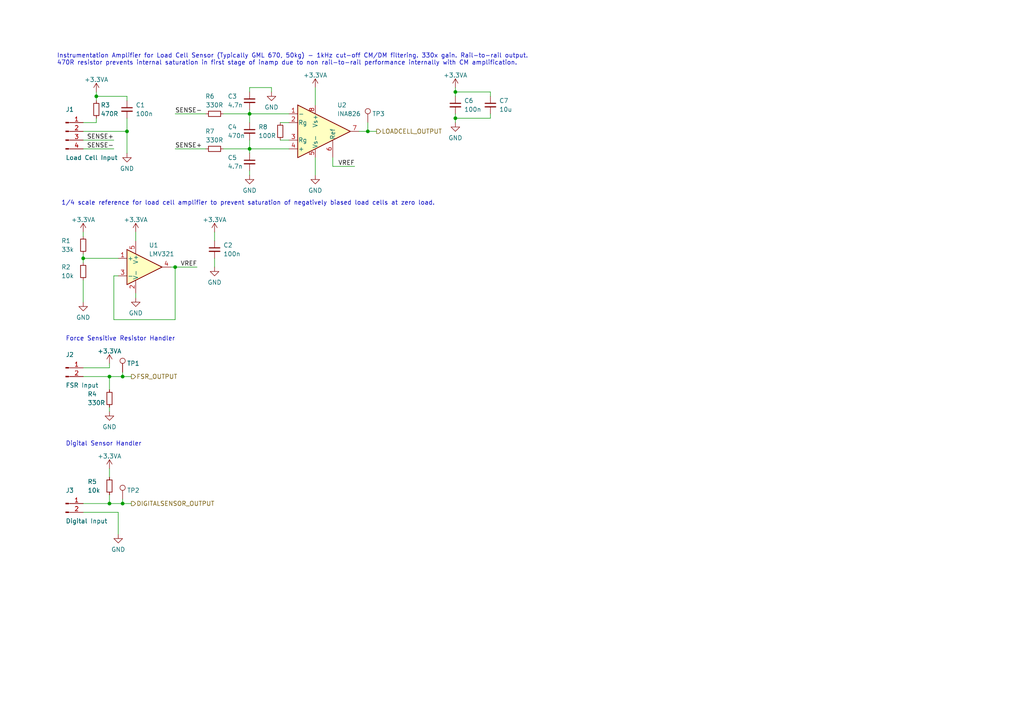
<source format=kicad_sch>
(kicad_sch (version 20211123) (generator eeschema)
  (paper "A4")
  (lib_symbols
    (symbol "Amplifier_Operational:LMV321" (pin_names (offset 0.127))
      (property "Reference" "U" (at 0 5.08 0))
      (property "Value" "LMV321" (at 0 -5.08 0))
      (symbol "LMV321_0_1"
        (polyline (pts (xy -5.08 5.08) (xy 5.08 0) (xy -5.08 -5.08) (xy -5.08 5.08)) (stroke (width 0.254)) (fill (type background)))
        (pin power_in line (at -2.54 -7.62 90) (length 3.81) (name "V-") (number "2"))
        (pin power_in line (at -2.54 7.62 270) (length 3.81) (name "V+") (number "5"))
      )
      (symbol "LMV321_1_1"
        (pin input line (at -7.62 2.54 0) (length 2.54) (name "+") (number "1"))
        (pin input line (at -7.62 -2.54 0) (length 2.54) (name "-") (number "3"))
        (pin output line (at 7.62 0 180) (length 2.54) (name "~") (number "4"))
      )
    )
    (symbol "Connector:Conn_01x02_Male" (pin_names (offset 1.016) hide)
      (property "Reference" "J" (at 0 2.54 0))
      (property "Value" "Conn_01x02_Male" (at 0 -5.08 0))
      (symbol "Conn_01x02_Male_1_1"
        (polyline (pts (xy 1.27 -2.54) (xy 0.8636 -2.54)) (stroke (width 0.1524)))
        (polyline (pts (xy 1.27 0) (xy 0.8636 0)) (stroke (width 0.1524)))
        (rectangle (start 0.8636 -2.413) (end 0 -2.667) (stroke (width 0.1524)) (fill (type outline)))
        (rectangle (start 0.8636 0.127) (end 0 -0.127) (stroke (width 0.1524)) (fill (type outline)))
        (pin passive line (at 5.08 0 180) (length 3.81) (name "Pin_1") (number "1"))
        (pin passive line (at 5.08 -2.54 180) (length 3.81) (name "Pin_2") (number "2"))
      )
    )
    (symbol "Connector:Conn_01x04_Male" (pin_names (offset 1.016) hide)
      (property "Reference" "J" (at 0 5.08 0))
      (property "Value" "Conn_01x04_Male" (at 0 -7.62 0))
      (symbol "Conn_01x04_Male_1_1"
        (polyline (pts (xy 1.27 -5.08) (xy 0.8636 -5.08)) (stroke (width 0.1524)))
        (polyline (pts (xy 1.27 -2.54) (xy 0.8636 -2.54)) (stroke (width 0.1524)))
        (polyline (pts (xy 1.27 0) (xy 0.8636 0)) (stroke (width 0.1524)))
        (polyline (pts (xy 1.27 2.54) (xy 0.8636 2.54)) (stroke (width 0.1524)))
        (rectangle (start 0.8636 -4.953) (end 0 -5.207) (stroke (width 0.1524)) (fill (type outline)))
        (rectangle (start 0.8636 -2.413) (end 0 -2.667) (stroke (width 0.1524)) (fill (type outline)))
        (rectangle (start 0.8636 0.127) (end 0 -0.127) (stroke (width 0.1524)) (fill (type outline)))
        (rectangle (start 0.8636 2.667) (end 0 2.413) (stroke (width 0.1524)) (fill (type outline)))
        (pin passive line (at 5.08 2.54 180) (length 3.81) (name "Pin_1") (number "1"))
        (pin passive line (at 5.08 0 180) (length 3.81) (name "Pin_2") (number "2"))
        (pin passive line (at 5.08 -2.54 180) (length 3.81) (name "Pin_3") (number "3"))
        (pin passive line (at 5.08 -5.08 180) (length 3.81) (name "Pin_4") (number "4"))
      )
    )
    (symbol "Connector:TestPoint" (pin_numbers hide) (pin_names (offset 0.762) hide)
      (property "Reference" "TP" (at 0 6.858 0))
      (property "Value" "TestPoint" (at 0 5.08 0))
      (symbol "TestPoint_0_1"
        (circle (center 0 3.302) (radius 0.762))
      )
      (symbol "TestPoint_1_1"
        (pin passive line (at 0 0 90) (length 2.54) (name "1") (number "1"))
      )
    )
    (symbol "Device:C_Small" (pin_numbers hide) (pin_names (offset 0.254) hide)
      (property "Reference" "C" (at 0.254 1.778 0))
      (property "Value" "C_Small" (at 0.254 -2.032 0))
      (symbol "C_Small_0_1"
        (polyline (pts (xy -1.524 -0.508) (xy 1.524 -0.508)) (stroke (width 0.3302)))
        (polyline (pts (xy -1.524 0.508) (xy 1.524 0.508)) (stroke (width 0.3048)))
      )
      (symbol "C_Small_1_1"
        (pin passive line (at 0 2.54 270) (length 2.032) (name "~") (number "1"))
        (pin passive line (at 0 -2.54 90) (length 2.032) (name "~") (number "2"))
      )
    )
    (symbol "Device:R_Small" (pin_numbers hide) (pin_names (offset 0.254) hide)
      (property "Reference" "R" (at 0.762 0.508 0))
      (property "Value" "R_Small" (at 0.762 -1.016 0))
      (symbol "R_Small_0_1"
        (rectangle (start -0.762 1.778) (end 0.762 -1.778) (stroke (width 0.2032)))
      )
      (symbol "R_Small_1_1"
        (pin passive line (at 0 2.54 270) (length 0.762) (name "~") (number "1"))
        (pin passive line (at 0 -2.54 90) (length 0.762) (name "~") (number "2"))
      )
    )
    (symbol "Inamp:INA826" (pin_names (offset 0.127))
      (property "Reference" "U" (at 3.81 7.62 0))
      (property "Value" "INA826" (at 5.08 5.08 0))
      (symbol "INA826_0_1"
        (polyline (pts (xy -7.62 7.62) (xy -7.62 -7.62) (xy 7.62 0) (xy -7.62 7.62)) (stroke (width 0.254)) (fill (type background)))
      )
      (symbol "INA826_1_1"
        (pin input line (at -10.16 5.08 0) (length 2.54) (name "-") (number "1"))
        (pin passive line (at -10.16 2.54 0) (length 2.54) (name "Rg") (number "2"))
        (pin passive line (at -10.16 -2.54 0) (length 2.54) (name "Rg") (number "3"))
        (pin input line (at -10.16 -5.08 0) (length 2.54) (name "+") (number "4"))
        (pin power_in line (at -2.54 -7.62 90) (length 2.54) (name "Vs-") (number "5"))
        (pin passive line (at 2.54 -7.62 90) (length 5.08) (name "Ref") (number "6"))
        (pin output line (at 10.16 0 180) (length 2.54) (name "~") (number "7"))
        (pin power_in line (at -2.54 7.62 270) (length 2.54) (name "Vs+") (number "8"))
      )
    )
    (symbol "power:+3.3VA" (power) (pin_numbers hide) (pin_names (offset 0) hide)
      (property "Value" "+3.3VA" (at 0 3.556 0))
      (symbol "+3.3VA_0_1"
        (polyline (pts (xy -0.762 1.27) (xy 0 2.54)))
        (polyline (pts (xy 0 0) (xy 0 2.54)))
        (polyline (pts (xy 0 2.54) (xy 0.762 1.27)))
      )
      (symbol "+3.3VA_1_1"
        (pin power_in line (at 0 0 90) (length 0) hide (name "+3.3VA") (number "1"))
      )
    )
    (symbol "power:GND" (power) (pin_numbers hide) (pin_names (offset 0) hide)
      (property "Value" "GND" (at 0 -3.81 0))
      (symbol "GND_0_1"
        (polyline (pts (xy 0 0) (xy 0 -1.27) (xy 1.27 -1.27) (xy 0 -2.54) (xy -1.27 -1.27) (xy 0 -1.27)))
      )
      (symbol "GND_1_1"
        (pin power_in line (at 0 0 270) (length 0) hide (name "GND") (number "1"))
      )
    )
  )
  (junction (at 132.08 34.29))
  (junction (at 72.39 43.18))
  (junction (at 132.08 26.67))
  (junction (at 106.68 38.1))
  (junction (at 36.83 38.1))
  (junction (at 35.56 146.05))
  (junction (at 35.56 109.22))
  (junction (at 50.8 77.47))
  (junction (at 31.75 146.05))
  (junction (at 24.13 74.93))
  (junction (at 31.75 109.22))
  (junction (at 27.94 27.94))
  (junction (at 72.39 33.02))
  (wire (pts (xy 132.08 25.4) (xy 132.08 26.67)))
  (wire (pts (xy 24.13 74.93) (xy 34.29 74.93)))
  (wire (pts (xy 72.39 35.56) (xy 72.39 33.02)))
  (wire (pts (xy 62.23 67.31) (xy 62.23 69.85)))
  (wire (pts (xy 24.13 109.22) (xy 31.75 109.22)))
  (wire (pts (xy 72.39 43.18) (xy 72.39 44.45)))
  (wire (pts (xy 27.94 27.94) (xy 27.94 29.21)))
  (wire (pts (xy 104.14 38.1) (xy 106.68 38.1)))
  (wire (pts (xy 72.39 33.02) (xy 83.82 33.02)))
  (wire (pts (xy 106.68 38.1) (xy 109.22 38.1)))
  (wire (pts (xy 35.56 109.22) (xy 38.1 109.22)))
  (wire (pts (xy 24.13 106.68) (xy 31.75 106.68)))
  (wire (pts (xy 72.39 31.75) (xy 72.39 33.02)))
  (wire (pts (xy 27.94 26.67) (xy 27.94 27.94)))
  (wire (pts (xy 33.02 80.01) (xy 33.02 92.71)))
  (wire (pts (xy 50.8 33.02) (xy 59.69 33.02)))
  (wire (pts (xy 31.75 135.89) (xy 31.75 138.43)))
  (wire (pts (xy 24.13 81.28) (xy 24.13 87.63)))
  (wire (pts (xy 24.13 43.18) (xy 33.02 43.18)))
  (wire (pts (xy 24.13 35.56) (xy 27.94 35.56)))
  (wire (pts (xy 132.08 26.67) (xy 132.08 27.94)))
  (wire (pts (xy 132.08 35.56) (xy 132.08 34.29)))
  (wire (pts (xy 72.39 25.4) (xy 78.74 25.4)))
  (wire (pts (xy 62.23 77.47) (xy 62.23 74.93)))
  (wire (pts (xy 35.56 107.95) (xy 35.56 109.22)))
  (wire (pts (xy 24.13 67.31) (xy 24.13 68.58)))
  (wire (pts (xy 33.02 40.64) (xy 24.13 40.64)))
  (wire (pts (xy 35.56 144.78) (xy 35.56 146.05)))
  (wire (pts (xy 64.77 43.18) (xy 72.39 43.18)))
  (wire (pts (xy 31.75 109.22) (xy 35.56 109.22)))
  (wire (pts (xy 132.08 34.29) (xy 142.24 34.29)))
  (wire (pts (xy 27.94 35.56) (xy 27.94 34.29)))
  (wire (pts (xy 72.39 43.18) (xy 83.82 43.18)))
  (wire (pts (xy 81.28 40.64) (xy 83.82 40.64)))
  (wire (pts (xy 31.75 146.05) (xy 35.56 146.05)))
  (wire (pts (xy 50.8 77.47) (xy 57.15 77.47)))
  (wire (pts (xy 34.29 80.01) (xy 33.02 80.01)))
  (wire (pts (xy 50.8 92.71) (xy 50.8 77.47)))
  (wire (pts (xy 36.83 27.94) (xy 36.83 29.21)))
  (wire (pts (xy 24.13 38.1) (xy 36.83 38.1)))
  (wire (pts (xy 31.75 119.38) (xy 31.75 118.11)))
  (wire (pts (xy 96.52 48.26) (xy 102.87 48.26)))
  (wire (pts (xy 106.68 35.56) (xy 106.68 38.1)))
  (wire (pts (xy 72.39 26.67) (xy 72.39 25.4)))
  (wire (pts (xy 24.13 74.93) (xy 24.13 76.2)))
  (wire (pts (xy 50.8 77.47) (xy 49.53 77.47)))
  (wire (pts (xy 142.24 26.67) (xy 142.24 27.94)))
  (wire (pts (xy 96.52 48.26) (xy 96.52 45.72)))
  (wire (pts (xy 91.44 50.8) (xy 91.44 45.72)))
  (wire (pts (xy 35.56 146.05) (xy 38.1 146.05)))
  (wire (pts (xy 24.13 148.59) (xy 34.29 148.59)))
  (wire (pts (xy 78.74 25.4) (xy 78.74 26.67)))
  (wire (pts (xy 36.83 34.29) (xy 36.83 38.1)))
  (wire (pts (xy 72.39 40.64) (xy 72.39 43.18)))
  (wire (pts (xy 31.75 109.22) (xy 31.75 113.03)))
  (wire (pts (xy 81.28 35.56) (xy 83.82 35.56)))
  (wire (pts (xy 31.75 146.05) (xy 31.75 143.51)))
  (wire (pts (xy 72.39 49.53) (xy 72.39 50.8)))
  (wire (pts (xy 39.37 85.09) (xy 39.37 86.36)))
  (wire (pts (xy 31.75 106.68) (xy 31.75 105.41)))
  (wire (pts (xy 142.24 26.67) (xy 132.08 26.67)))
  (wire (pts (xy 142.24 34.29) (xy 142.24 33.02)))
  (wire (pts (xy 64.77 33.02) (xy 72.39 33.02)))
  (wire (pts (xy 132.08 34.29) (xy 132.08 33.02)))
  (wire (pts (xy 33.02 92.71) (xy 50.8 92.71)))
  (wire (pts (xy 24.13 146.05) (xy 31.75 146.05)))
  (wire (pts (xy 27.94 27.94) (xy 36.83 27.94)))
  (wire (pts (xy 50.8 43.18) (xy 59.69 43.18)))
  (wire (pts (xy 39.37 67.31) (xy 39.37 69.85)))
  (wire (pts (xy 36.83 38.1) (xy 36.83 44.45)))
  (wire (pts (xy 24.13 73.66) (xy 24.13 74.93)))
  (wire (pts (xy 91.44 25.4) (xy 91.44 30.48)))
  (wire (pts (xy 34.29 148.59) (xy 34.29 154.94)))
  (text "1/4 scale reference for load cell amplifier to prevent saturation of negatively biased load cells at zero load." (at 17.78 59.69 0) (effects (font (size 1.27 1.27)) (justify left bottom)))
  (text "Force Sensitive Resistor Handler" (at 19.05 99.06 0) (effects (font (size 1.27 1.27)) (justify left bottom)))
  (text "Instrumentation Amplifier for Load Cell Sensor (Typically GML 670, 50kg) - 1kHz cut-off CM/DM filtering. 330x gain. Rail-to-rail output.\n470R resistor prevents internal saturation in first stage of inamp due to non rail-to-rail performance internally with CM amplification." (at 16.51 19.05 0) (effects (font (size 1.27 1.27)) (justify left bottom)))
  (text "Digital Sensor Handler" (at 19.05 129.54 0) (effects (font (size 1.27 1.27)) (justify left bottom)))
  (label "SENSE+" (at 33.02 40.64 180))
  (label "SENSE+" (at 50.8 43.18 0))
  (label "SENSE-" (at 33.02 43.18 180))
  (label "SENSE-" (at 50.8 33.02 0))
  (label "VREF" (at 57.15 77.47 180))
  (label "VREF" (at 102.87 48.26 180))
  (hierarchical_label "FSR_OUTPUT" (shape output) (at 38.1 109.22 0))
  (hierarchical_label "LOADCELL_OUTPUT" (shape output) (at 109.22 38.1 0))
  (hierarchical_label "DIGITALSENSOR_OUTPUT" (shape output) (at 38.1 146.05 0))
  (symbol (lib_id "Device:C_Small") (at 142.24 30.48 0) (unit 1)
    (property "Reference" "C7" (at 144.78 29.21 0) (effects (justify left)))
    (property "Value" "10u" (at 144.78 31.75 0) (effects (justify left)))
    (property "Footprint" "Capacitor_SMD:C_0603_1608Metric" (effects hide))
  )
  (symbol (lib_id "power:GND") (at 91.44 50.8 0) (unit 1)
    (property "Reference" "#PWR016" (effects hide))
    (property "Value" "GND" (at 91.44 55.2434 0))
  )
  (symbol (lib_id "Device:R_Small") (at 27.94 31.75 0) (unit 1)
    (property "Reference" "R3" (at 29.21 30.48 0) (effects (justify left)))
    (property "Value" "470R" (at 29.21 33.02 0) (effects (justify left)))
    (property "Footprint" "Resistor_SMD:R_0603_1608Metric" (effects hide))
  )
  (symbol (lib_id "power:+3.3VA") (at 39.37 67.31 0) (unit 1)
    (property "Reference" "#PWR09" (effects hide))
    (property "Value" "+3.3VA" (at 39.37 63.7342 0))
  )
  (symbol (lib_id "Device:C_Small") (at 132.08 30.48 0) (unit 1)
    (property "Reference" "C6" (at 134.62 29.21 0) (effects (justify left)))
    (property "Value" "100n" (at 134.62 31.75 0) (effects (justify left)))
    (property "Footprint" "Capacitor_SMD:C_0603_1608Metric" (effects hide))
  )
  (symbol (lib_id "Device:C_Small") (at 72.39 29.21 0) (unit 1)
    (property "Reference" "C3" (at 66.04 27.94 0) (effects (justify left)))
    (property "Value" "4.7n" (at 66.04 30.48 0) (effects (justify left)))
    (property "Footprint" "Capacitor_SMD:C_0603_1608Metric" (effects hide))
  )
  (symbol (lib_id "Device:R_Small") (at 31.75 140.97 0) (unit 1)
    (property "Reference" "R5" (at 25.4 139.7 0) (effects (justify left)))
    (property "Value" "10k" (at 25.4 142.24 0) (effects (justify left)))
    (property "Footprint" "Resistor_SMD:R_0603_1608Metric" (effects hide))
  )
  (symbol (lib_id "Connector:Conn_01x02_Male") (at 19.05 106.68 0) (unit 1)
    (property "Reference" "J2" (at 19.05 102.87 0) (effects (justify left)))
    (property "Value" "FSR Input" (at 19.05 111.76 0) (effects (justify left)))
    (property "Footprint" "Connector_PinHeader_2.54mm:PinHeader_1x02_P2.54mm_Vertical" (effects hide))
  )
  (symbol (lib_id "power:GND") (at 34.29 154.94 0) (unit 1)
    (property "Reference" "#PWR07" (effects hide))
    (property "Value" "GND" (at 34.29 159.3834 0))
  )
  (symbol (lib_id "power:+3.3VA") (at 62.23 67.31 0) (unit 1)
    (property "Reference" "#PWR011" (effects hide))
    (property "Value" "+3.3VA" (at 62.23 63.7342 0))
  )
  (symbol (lib_id "power:+3.3VA") (at 91.44 25.4 0) (unit 1)
    (property "Reference" "#PWR015" (effects hide))
    (property "Value" "+3.3VA" (at 91.44 21.8242 0))
  )
  (symbol (lib_id "power:+3.3VA") (at 27.94 26.67 0) (unit 1)
    (property "Reference" "#PWR03" (effects hide))
    (property "Value" "+3.3VA" (at 27.94 23.0942 0))
  )
  (symbol (lib_id "power:+3.3VA") (at 31.75 105.41 0) (unit 1)
    (property "Reference" "#PWR04" (effects hide))
    (property "Value" "+3.3VA" (at 31.75 101.8342 0))
  )
  (symbol (lib_id "Device:R_Small") (at 62.23 43.18 90) (unit 1)
    (property "Reference" "R7" (at 62.23 38.1 90) (effects (justify left)))
    (property "Value" "330R" (at 64.77 40.64 90) (effects (justify left)))
    (property "Footprint" "Resistor_SMD:R_0603_1608Metric" (effects hide))
  )
  (symbol (lib_id "Inamp:INA826") (at 93.98 38.1 0) (unit 1)
    (property "Reference" "U2" (at 97.79 30.48 0) (effects (justify left)))
    (property "Value" "INA826" (at 97.79 33.02 0) (effects (justify left)))
    (property "Footprint" "Package_SO:SOIC-8_3.9x4.9mm_P1.27mm" (effects hide))
  )
  (symbol (lib_id "power:GND") (at 62.23 77.47 0) (unit 1)
    (property "Reference" "#PWR012" (effects hide))
    (property "Value" "GND" (at 62.23 81.9134 0))
  )
  (symbol (lib_id "Device:C_Small") (at 72.39 38.1 0) (unit 1)
    (property "Reference" "C4" (at 66.04 36.83 0) (effects (justify left)))
    (property "Value" "470n" (at 66.04 39.37 0) (effects (justify left)))
    (property "Footprint" "Capacitor_SMD:C_0603_1608Metric" (effects hide))
  )
  (symbol (lib_id "power:+3.3VA") (at 24.13 67.31 0) (unit 1)
    (property "Reference" "#PWR01" (effects hide))
    (property "Value" "+3.3VA" (at 24.13 63.7342 0))
  )
  (symbol (lib_id "Connector:Conn_01x02_Male") (at 19.05 146.05 0) (unit 1)
    (property "Reference" "J3" (at 19.05 142.24 0) (effects (justify left)))
    (property "Value" "Digital Input" (at 19.05 151.13 0) (effects (justify left)))
    (property "Footprint" "Connector_PinHeader_2.54mm:PinHeader_1x02_P2.54mm_Vertical" (effects hide))
  )
  (symbol (lib_id "Device:R_Small") (at 62.23 33.02 90) (unit 1)
    (property "Reference" "R6" (at 62.23 27.94 90) (effects (justify left)))
    (property "Value" "330R" (at 64.77 30.48 90) (effects (justify left)))
    (property "Footprint" "Resistor_SMD:R_0603_1608Metric" (effects hide))
  )
  (symbol (lib_id "Connector:TestPoint") (at 35.56 107.95 0) (unit 1)
    (property "Reference" "TP1" (at 36.83 105.41 0) (effects (justify left)))
    (property "Value" "TestPoint" (effects hide))
    (property "Footprint" "TestPoint:TestPoint_Pad_D2.0mm" (effects hide))
  )
  (symbol (lib_id "Device:C_Small") (at 36.83 31.75 0) (unit 1)
    (property "Reference" "C1" (at 39.37 30.48 0) (effects (justify left)))
    (property "Value" "100n" (at 39.37 33.02 0) (effects (justify left)))
    (property "Footprint" "Capacitor_SMD:C_0603_1608Metric" (effects hide))
  )
  (symbol (lib_id "Connector:Conn_01x04_Male") (at 19.05 38.1 0) (unit 1)
    (property "Reference" "J1" (at 19.05 31.75 0) (effects (justify left)))
    (property "Value" "Load Cell Input" (at 19.05 45.72 0) (effects (justify left)))
    (property "Footprint" "Connector_JST:JST_PH_B4B-PH-K_1x04_P2.00mm_Vertical" (effects hide))
  )
  (symbol (lib_id "Device:R_Small") (at 24.13 71.12 0) (unit 1)
    (property "Reference" "R1" (at 17.78 69.85 0) (effects (justify left)))
    (property "Value" "33k" (at 17.78 72.39 0) (effects (justify left)))
    (property "Footprint" "Resistor_SMD:R_0603_1608Metric" (effects hide))
  )
  (symbol (lib_id "Device:C_Small") (at 62.23 72.39 0) (unit 1)
    (property "Reference" "C2" (at 64.77 71.12 0) (effects (justify left)))
    (property "Value" "100n" (at 64.77 73.66 0) (effects (justify left)))
    (property "Footprint" "Capacitor_SMD:C_0603_1608Metric" (effects hide))
  )
  (symbol (lib_id "power:GND") (at 36.83 44.45 0) (unit 1)
    (property "Reference" "#PWR08" (effects hide))
    (property "Value" "GND" (at 36.83 48.8934 0))
  )
  (symbol (lib_id "Amplifier_Operational:LMV321") (at 41.91 77.47 0) (unit 1)
    (property "Reference" "U1" (at 43.18 71.12 0) (effects (justify left)))
    (property "Value" "LMV321" (at 43.18 73.66 0) (effects (justify left)))
    (property "Footprint" "Package_TO_SOT_SMD:SOT-23-5" (effects hide))
    (property "Datasheet" "http://www.ti.com/lit/ds/symlink/lmv324.pdf" (effects hide))
  )
  (symbol (lib_id "Device:R_Small") (at 81.28 38.1 0) (unit 1)
    (property "Reference" "R8" (at 74.93 36.83 0) (effects (justify left)))
    (property "Value" "100R" (at 74.93 39.37 0) (effects (justify left)))
    (property "Footprint" "Resistor_SMD:R_0603_1608Metric" (effects hide))
  )
  (symbol (lib_id "power:GND") (at 31.75 119.38 0) (unit 1)
    (property "Reference" "#PWR05" (effects hide))
    (property "Value" "GND" (at 31.75 123.8234 0))
  )
  (symbol (lib_id "Connector:TestPoint") (at 106.68 35.56 0) (unit 1)
    (property "Reference" "TP3" (at 107.95 33.02 0) (effects (justify left)))
    (property "Value" "TestPoint" (effects hide))
    (property "Footprint" "TestPoint:TestPoint_Pad_D2.0mm" (effects hide))
  )
  (symbol (lib_id "power:GND") (at 24.13 87.63 0) (unit 1)
    (property "Reference" "#PWR02" (effects hide))
    (property "Value" "GND" (at 24.13 92.0734 0))
  )
  (symbol (lib_id "Connector:TestPoint") (at 35.56 144.78 0) (unit 1)
    (property "Reference" "TP2" (at 36.83 142.24 0) (effects (justify left)))
    (property "Value" "TestPoint" (effects hide))
    (property "Footprint" "TestPoint:TestPoint_Pad_D2.0mm" (effects hide))
  )
  (symbol (lib_id "power:+3.3VA") (at 132.08 25.4 0) (unit 1)
    (property "Reference" "#PWR017" (effects hide))
    (property "Value" "+3.3VA" (at 132.08 21.8242 0))
  )
  (symbol (lib_id "Device:R_Small") (at 31.75 115.57 0) (unit 1)
    (property "Reference" "R4" (at 25.4 114.3 0) (effects (justify left)))
    (property "Value" "330R" (at 25.4 116.84 0) (effects (justify left)))
    (property "Footprint" "Resistor_SMD:R_0603_1608Metric" (effects hide))
  )
  (symbol (lib_id "power:GND") (at 72.39 50.8 0) (unit 1)
    (property "Reference" "#PWR013" (effects hide))
    (property "Value" "GND" (at 72.39 55.2434 0))
  )
  (symbol (lib_id "power:GND") (at 78.74 26.67 0) (unit 1)
    (property "Reference" "#PWR014" (effects hide))
    (property "Value" "GND" (at 78.74 31.1134 0))
  )
  (symbol (lib_id "Device:R_Small") (at 24.13 78.74 0) (unit 1)
    (property "Reference" "R2" (at 17.78 77.47 0) (effects (justify left)))
    (property "Value" "10k" (at 17.78 80.01 0) (effects (justify left)))
    (property "Footprint" "Resistor_SMD:R_0603_1608Metric" (effects hide))
  )
  (symbol (lib_id "power:GND") (at 132.08 35.56 0) (unit 1)
    (property "Reference" "#PWR018" (effects hide))
    (property "Value" "GND" (at 132.08 40.0034 0))
  )
  (symbol (lib_id "power:GND") (at 39.37 86.36 0) (unit 1)
    (property "Reference" "#PWR010" (effects hide))
    (property "Value" "GND" (at 39.37 90.8034 0))
  )
  (symbol (lib_id "Device:C_Small") (at 72.39 46.99 0) (unit 1)
    (property "Reference" "C5" (at 66.04 45.72 0) (effects (justify left)))
    (property "Value" "4.7n" (at 66.04 48.26 0) (effects (justify left)))
    (property "Footprint" "Capacitor_SMD:C_0603_1608Metric" (effects hide))
  )
  (symbol (lib_id "power:+3.3VA") (at 31.75 135.89 0) (unit 1)
    (property "Reference" "#PWR06" (effects hide))
    (property "Value" "+3.3VA" (at 31.75 132.3142 0))
  )
)
</source>
